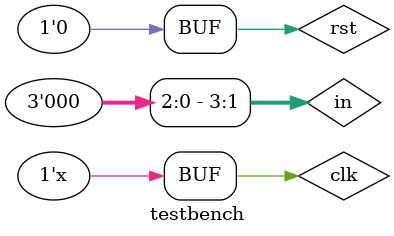
<source format=v>

module testbench ;

 reg [3:0] in;
 reg clk, rst ;
 wire [3:0] out;
 
 always #20 clk = ~ clk ;
 
 pipo DUT(in, clk, rst, out);
 
 initial begin
 
 clk = 0;
 rst = 1;
 #40;
 rst =0;
 
 repeat(10) begin
  in = $random ;
 #90;
 end
   
 end
endmodule

</source>
